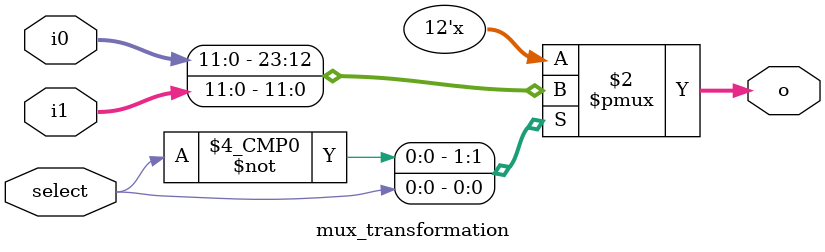
<source format=sv>
module mux_transformation
  #(parameter ADDRESS = 12)(
    input logic select,
    input logic [ADDRESS-1:0] i0,
    input logic [ADDRESS-1:0] i1,

    output logic [ADDRESS-1:0] o
);
  always_comb begin
    case (select)
      0 : o = i0;
      1 : o = i1;
    endcase
  end

endmodule
</source>
